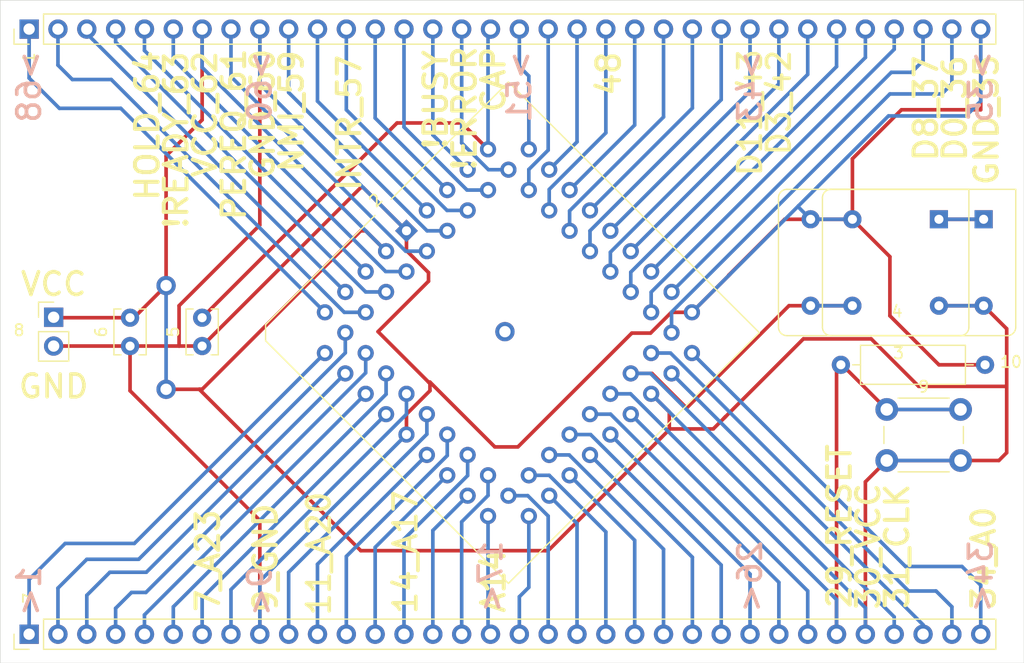
<source format=kicad_pcb>
(kicad_pcb (version 20171130) (host pcbnew "(5.1.9)-1")

  (general
    (thickness 1.6)
    (drawings 41)
    (tracks 301)
    (zones 0)
    (modules 10)
    (nets 1)
  )

  (page A4)
  (layers
    (0 F.Cu signal)
    (31 B.Cu signal)
    (32 B.Adhes user)
    (33 F.Adhes user)
    (34 B.Paste user)
    (35 F.Paste user)
    (36 B.SilkS user)
    (37 F.SilkS user)
    (38 B.Mask user)
    (39 F.Mask user)
    (40 Dwgs.User user)
    (41 Cmts.User user)
    (42 Eco1.User user)
    (43 Eco2.User user)
    (44 Edge.Cuts user)
    (45 Margin user)
    (46 B.CrtYd user)
    (47 F.CrtYd user)
    (48 B.Fab user hide)
    (49 F.Fab user hide)
  )

  (setup
    (last_trace_width 0.25)
    (user_trace_width 0.32)
    (trace_clearance 0.2)
    (zone_clearance 0.508)
    (zone_45_only no)
    (trace_min 0.2)
    (via_size 0.8)
    (via_drill 0.4)
    (via_min_size 0.4)
    (via_min_drill 0.3)
    (user_via 1.7 1)
    (uvia_size 0.3)
    (uvia_drill 0.1)
    (uvias_allowed no)
    (uvia_min_size 0.2)
    (uvia_min_drill 0.1)
    (edge_width 0.05)
    (segment_width 0.2)
    (pcb_text_width 0.3)
    (pcb_text_size 1.5 1.5)
    (mod_edge_width 0.12)
    (mod_text_size 1 1)
    (mod_text_width 0.15)
    (pad_size 1.4224 1.4224)
    (pad_drill 0.8)
    (pad_to_mask_clearance 0)
    (aux_axis_origin 0 0)
    (visible_elements 7FFFFFFF)
    (pcbplotparams
      (layerselection 0x010f0_ffffffff)
      (usegerberextensions false)
      (usegerberattributes false)
      (usegerberadvancedattributes false)
      (creategerberjobfile false)
      (excludeedgelayer true)
      (linewidth 0.100000)
      (plotframeref false)
      (viasonmask false)
      (mode 1)
      (useauxorigin false)
      (hpglpennumber 1)
      (hpglpenspeed 20)
      (hpglpendiameter 15.000000)
      (psnegative false)
      (psa4output false)
      (plotreference true)
      (plotvalue false)
      (plotinvisibletext false)
      (padsonsilk true)
      (subtractmaskfromsilk false)
      (outputformat 1)
      (mirror false)
      (drillshape 0)
      (scaleselection 1)
      (outputdirectory "gerber/"))
  )

  (net 0 "")

  (net_class Default "This is the default net class."
    (clearance 0.2)
    (trace_width 0.25)
    (via_dia 0.8)
    (via_drill 0.4)
    (uvia_dia 0.3)
    (uvia_drill 0.1)
  )

  (module Package_LCC:PLCC-68_THT-Socket (layer F.Cu) (tedit 603912DC) (tstamp 60396CA3)
    (at 58.637898 43.18 45)
    (descr "PLCC, 68 pins, through hole")
    (tags "plcc leaded")
    (fp_text reference 2 (at 0 -3.825 45) (layer F.SilkS)
      (effects (font (size 1 1) (thickness 0.15)))
    )
    (fp_text value PLCC-68_THT-Socket (at 0 29.225 45) (layer F.Fab)
      (effects (font (size 1 1) (thickness 0.15)))
    )
    (fp_line (start -14.525 -2.825) (end -15.525 -1.825) (layer F.Fab) (width 0.1))
    (fp_line (start -15.525 -1.825) (end -15.525 28.225) (layer F.Fab) (width 0.1))
    (fp_line (start -15.525 28.225) (end 15.525 28.225) (layer F.Fab) (width 0.1))
    (fp_line (start 15.525 28.225) (end 15.525 -2.825) (layer F.Fab) (width 0.1))
    (fp_line (start 15.525 -2.825) (end -14.525 -2.825) (layer F.Fab) (width 0.1))
    (fp_line (start -16 -3.3) (end -16 28.7) (layer F.CrtYd) (width 0.05))
    (fp_line (start -16 28.7) (end 16 28.7) (layer F.CrtYd) (width 0.05))
    (fp_line (start 16 28.7) (end 16 -3.3) (layer F.CrtYd) (width 0.05))
    (fp_line (start 16 -3.3) (end -16 -3.3) (layer F.CrtYd) (width 0.05))
    (fp_line (start -12.985 -0.285) (end -12.985 25.685) (layer F.Fab) (width 0.1))
    (fp_line (start -12.985 25.685) (end 12.985 25.685) (layer F.Fab) (width 0.1))
    (fp_line (start 12.985 25.685) (end 12.985 -0.285) (layer F.Fab) (width 0.1))
    (fp_line (start 12.985 -0.285) (end -12.985 -0.285) (layer F.Fab) (width 0.1))
    (fp_line (start -0.5 -2.825) (end 0 -1.825) (layer F.Fab) (width 0.1))
    (fp_line (start 0 -1.825) (end 0.5 -2.825) (layer F.Fab) (width 0.1))
    (fp_line (start -1 -2.925) (end -14.625 -2.925) (layer F.SilkS) (width 0.12))
    (fp_line (start -14.625 -2.925) (end -15.625 -1.925) (layer F.SilkS) (width 0.12))
    (fp_line (start -15.625 -1.925) (end -15.625 28.325) (layer F.SilkS) (width 0.12))
    (fp_line (start -15.625 28.325) (end 15.625 28.325) (layer F.SilkS) (width 0.12))
    (fp_line (start 15.625 28.325) (end 15.625 -2.925) (layer F.SilkS) (width 0.12))
    (fp_line (start 15.625 -2.925) (end 1 -2.925) (layer F.SilkS) (width 0.12))
    (fp_text user %R (at 0 12.7 45) (layer F.Fab)
      (effects (font (size 1 1) (thickness 0.15)))
    )
    (pad 51 thru_hole circle (at 12.7 2.54 45) (size 1.4224 1.4224) (drill 0.8) (layers *.Cu *.Mask))
    (pad 49 thru_hole circle (at 12.700001 5.08 45) (size 1.4224 1.4224) (drill 0.8) (layers *.Cu *.Mask))
    (pad 47 thru_hole circle (at 12.7 7.62 45) (size 1.4224 1.4224) (drill 0.8) (layers *.Cu *.Mask))
    (pad 45 thru_hole circle (at 12.7 10.16 45) (size 1.4224 1.4224) (drill 0.8) (layers *.Cu *.Mask))
    (pad 43 thru_hole circle (at 12.7 12.7 45) (size 1.4224 1.4224) (drill 0.8) (layers *.Cu *.Mask))
    (pad 41 thru_hole circle (at 12.7 15.24 45) (size 1.4224 1.4224) (drill 0.8) (layers *.Cu *.Mask))
    (pad 39 thru_hole circle (at 12.700001 17.78 45) (size 1.4224 1.4224) (drill 0.8) (layers *.Cu *.Mask))
    (pad 37 thru_hole circle (at 12.7 20.32 45) (size 1.4224 1.4224) (drill 0.8) (layers *.Cu *.Mask))
    (pad 52 thru_hole circle (at 10.16 0 45) (size 1.4224 1.4224) (drill 0.8) (layers *.Cu *.Mask))
    (pad 50 thru_hole circle (at 10.159999 5.08 45) (size 1.4224 1.4224) (drill 0.8) (layers *.Cu *.Mask))
    (pad 48 thru_hole circle (at 10.16 7.62 45) (size 1.4224 1.4224) (drill 0.8) (layers *.Cu *.Mask))
    (pad 46 thru_hole circle (at 10.16 10.16 45) (size 1.4224 1.4224) (drill 0.8) (layers *.Cu *.Mask))
    (pad 44 thru_hole circle (at 10.16 12.7 45) (size 1.4224 1.4224) (drill 0.8) (layers *.Cu *.Mask))
    (pad 42 thru_hole circle (at 10.16 15.24 45) (size 1.4224 1.4224) (drill 0.8) (layers *.Cu *.Mask))
    (pad 40 thru_hole circle (at 10.159999 17.78 45) (size 1.4224 1.4224) (drill 0.8) (layers *.Cu *.Mask))
    (pad 38 thru_hole circle (at 10.16 20.32 45) (size 1.4224 1.4224) (drill 0.8) (layers *.Cu *.Mask))
    (pad 36 thru_hole circle (at 10.16 22.86 45) (size 1.4224 1.4224) (drill 0.8) (layers *.Cu *.Mask))
    (pad 34 thru_hole circle (at 10.16 25.4 45) (size 1.4224 1.4224) (drill 0.8) (layers *.Cu *.Mask))
    (pad 32 thru_hole circle (at 7.62 25.4 45) (size 1.4224 1.4224) (drill 0.8) (layers *.Cu *.Mask))
    (pad 30 thru_hole circle (at 5.08 25.4 45) (size 1.4224 1.4224) (drill 0.8) (layers *.Cu *.Mask))
    (pad 28 thru_hole circle (at 2.54 25.4 45) (size 1.4224 1.4224) (drill 0.8) (layers *.Cu *.Mask))
    (pad 26 thru_hole circle (at 0 25.4 45) (size 1.4224 1.4224) (drill 0.8) (layers *.Cu *.Mask))
    (pad 24 thru_hole circle (at -2.54 25.4 45) (size 1.4224 1.4224) (drill 0.8) (layers *.Cu *.Mask))
    (pad 22 thru_hole circle (at -5.08 25.4 45) (size 1.4224 1.4224) (drill 0.8) (layers *.Cu *.Mask))
    (pad 20 thru_hole circle (at -7.62 25.4 45) (size 1.4224 1.4224) (drill 0.8) (layers *.Cu *.Mask))
    (pad 18 thru_hole circle (at -10.16 25.4 45) (size 1.4224 1.4224) (drill 0.8) (layers *.Cu *.Mask))
    (pad 35 thru_hole circle (at 12.7 22.86 45) (size 1.4224 1.4224) (drill 0.8) (layers *.Cu *.Mask))
    (pad 33 thru_hole circle (at 7.62 22.86 45) (size 1.4224 1.4224) (drill 0.8) (layers *.Cu *.Mask))
    (pad 31 thru_hole circle (at 5.079999 22.86 45) (size 1.4224 1.4224) (drill 0.8) (layers *.Cu *.Mask))
    (pad 29 thru_hole circle (at 2.54 22.86 45) (size 1.4224 1.4224) (drill 0.8) (layers *.Cu *.Mask))
    (pad 27 thru_hole circle (at 0 22.86 45) (size 1.4224 1.4224) (drill 0.8) (layers *.Cu *.Mask))
    (pad 25 thru_hole circle (at -2.54 22.86 45) (size 1.4224 1.4224) (drill 0.8) (layers *.Cu *.Mask))
    (pad 23 thru_hole circle (at -5.079999 22.86 45) (size 1.4224 1.4224) (drill 0.8) (layers *.Cu *.Mask))
    (pad 21 thru_hole circle (at -7.62 22.86 45) (size 1.4224 1.4224) (drill 0.8) (layers *.Cu *.Mask))
    (pad 19 thru_hole circle (at -10.16 22.86 45) (size 1.4224 1.4224) (drill 0.8) (layers *.Cu *.Mask))
    (pad 17 thru_hole circle (at -12.7 22.86 45) (size 1.4224 1.4224) (drill 0.8) (layers *.Cu *.Mask))
    (pad 15 thru_hole circle (at -12.7 20.32 45) (size 1.4224 1.4224) (drill 0.8) (layers *.Cu *.Mask))
    (pad 13 thru_hole circle (at -12.700001 17.78 45) (size 1.4224 1.4224) (drill 0.8) (layers *.Cu *.Mask))
    (pad 11 thru_hole circle (at -12.7 15.24 45) (size 1.4224 1.4224) (drill 0.8) (layers *.Cu *.Mask))
    (pad 9 thru_hole circle (at -12.7 12.7 45) (size 1.4224 1.4224) (drill 0.8) (layers *.Cu *.Mask))
    (pad 7 thru_hole circle (at -12.7 10.16 45) (size 1.4224 1.4224) (drill 0.8) (layers *.Cu *.Mask))
    (pad 5 thru_hole circle (at -12.7 7.62 45) (size 1.4224 1.4224) (drill 0.8) (layers *.Cu *.Mask))
    (pad 3 thru_hole circle (at -12.700001 5.08 45) (size 1.4224 1.4224) (drill 0.8) (layers *.Cu *.Mask))
    (pad 1 thru_hole circle (at -12.7 2.54 45) (size 1.4224 1.4224) (drill 0.8) (layers *.Cu *.Mask))
    (pad 16 thru_hole circle (at -10.16 20.32 45) (size 1.4224 1.4224) (drill 0.8) (layers *.Cu *.Mask))
    (pad 14 thru_hole circle (at -10.159999 17.78 45) (size 1.4224 1.4224) (drill 0.8) (layers *.Cu *.Mask))
    (pad 12 thru_hole circle (at -10.16 15.24 45) (size 1.4224 1.4224) (drill 0.8) (layers *.Cu *.Mask))
    (pad 10 thru_hole circle (at -10.16 12.7 45) (size 1.4224 1.4224) (drill 0.8) (layers *.Cu *.Mask))
    (pad 8 thru_hole circle (at -10.16 10.16 45) (size 1.4224 1.4224) (drill 0.8) (layers *.Cu *.Mask))
    (pad 6 thru_hole circle (at -10.16 7.62 45) (size 1.4224 1.4224) (drill 0.8) (layers *.Cu *.Mask))
    (pad 4 thru_hole circle (at -10.159999 5.08 45) (size 1.4224 1.4224) (drill 0.8) (layers *.Cu *.Mask))
    (pad 2 thru_hole circle (at -10.16 2.54 45) (size 1.4224 1.4224) (drill 0.8) (layers *.Cu *.Mask))
    (pad 54 thru_hole circle (at 7.62 0 45) (size 1.4224 1.4224) (drill 0.8) (layers *.Cu *.Mask))
    (pad 56 thru_hole circle (at 5.079999 0 45) (size 1.4224 1.4224) (drill 0.8) (layers *.Cu *.Mask))
    (pad 58 thru_hole circle (at 2.54 0 45) (size 1.4224 1.4224) (drill 0.8) (layers *.Cu *.Mask))
    (pad 68 thru_hole circle (at -10.16 0 45) (size 1.4224 1.4224) (drill 0.8) (layers *.Cu *.Mask))
    (pad 66 thru_hole circle (at -7.62 0 45) (size 1.4224 1.4224) (drill 0.8) (layers *.Cu *.Mask))
    (pad 64 thru_hole circle (at -5.079999 0 45) (size 1.4224 1.4224) (drill 0.8) (layers *.Cu *.Mask))
    (pad 62 thru_hole circle (at -2.54 0 45) (size 1.4224 1.4224) (drill 0.8) (layers *.Cu *.Mask))
    (pad 60 thru_hole rect (at 0 0 45) (size 1.4224 1.4224) (drill 0.8) (layers *.Cu *.Mask))
    (pad 53 thru_hole circle (at 10.16 2.54 45) (size 1.4224 1.4224) (drill 0.8) (layers *.Cu *.Mask))
    (pad 55 thru_hole circle (at 7.62 2.54 45) (size 1.4224 1.4224) (drill 0.8) (layers *.Cu *.Mask))
    (pad 57 thru_hole circle (at 5.08 2.54 45) (size 1.4224 1.4224) (drill 0.8) (layers *.Cu *.Mask))
    (pad 59 thru_hole circle (at 2.54 2.54 45) (size 1.4224 1.4224) (drill 0.8) (layers *.Cu *.Mask))
    (pad 67 thru_hole circle (at -7.62 2.54 45) (size 1.4224 1.4224) (drill 0.8) (layers *.Cu *.Mask))
    (pad 65 thru_hole circle (at -5.08 2.54 45) (size 1.4224 1.4224) (drill 0.8) (layers *.Cu *.Mask))
    (pad 63 thru_hole circle (at -2.54 2.54 45) (size 1.4224 1.4224) (drill 0.8) (layers *.Cu *.Mask))
    (pad 61 thru_hole circle (at 0 2.54 45) (size 1.4224 1.4224) (drill 0.8) (layers *.Cu *.Mask))
    (model ${KISYS3DMOD}/Package_LCC.3dshapes/PLCC-68_THT-Socket.wrl
      (at (xyz 0 0 0))
      (scale (xyz 1 1 1))
      (rotate (xyz 0 0 0))
    )
  )

  (module Resistor_THT:R_Axial_DIN0309_L9.0mm_D3.2mm_P12.70mm_Horizontal (layer F.Cu) (tedit 5AE5139B) (tstamp 603A9A8D)
    (at 109.601 54.991 180)
    (descr "Resistor, Axial_DIN0309 series, Axial, Horizontal, pin pitch=12.7mm, 0.5W = 1/2W, length*diameter=9*3.2mm^2, http://cdn-reichelt.de/documents/datenblatt/B400/1_4W%23YAG.pdf")
    (tags "Resistor Axial_DIN0309 series Axial Horizontal pin pitch 12.7mm 0.5W = 1/2W length 9mm diameter 3.2mm")
    (fp_text reference 10 (at -2.286 0.254) (layer F.SilkS)
      (effects (font (size 1 1) (thickness 0.15)))
    )
    (fp_text value R_Axial_DIN0309_L9.0mm_D3.2mm_P12.70mm_Horizontal (at 6.35 2.72) (layer F.Fab)
      (effects (font (size 1 1) (thickness 0.15)))
    )
    (fp_line (start 13.75 -1.85) (end -1.05 -1.85) (layer F.CrtYd) (width 0.05))
    (fp_line (start 13.75 1.85) (end 13.75 -1.85) (layer F.CrtYd) (width 0.05))
    (fp_line (start -1.05 1.85) (end 13.75 1.85) (layer F.CrtYd) (width 0.05))
    (fp_line (start -1.05 -1.85) (end -1.05 1.85) (layer F.CrtYd) (width 0.05))
    (fp_line (start 11.66 0) (end 10.97 0) (layer F.SilkS) (width 0.12))
    (fp_line (start 1.04 0) (end 1.73 0) (layer F.SilkS) (width 0.12))
    (fp_line (start 10.97 -1.72) (end 1.73 -1.72) (layer F.SilkS) (width 0.12))
    (fp_line (start 10.97 1.72) (end 10.97 -1.72) (layer F.SilkS) (width 0.12))
    (fp_line (start 1.73 1.72) (end 10.97 1.72) (layer F.SilkS) (width 0.12))
    (fp_line (start 1.73 -1.72) (end 1.73 1.72) (layer F.SilkS) (width 0.12))
    (fp_line (start 12.7 0) (end 10.85 0) (layer F.Fab) (width 0.1))
    (fp_line (start 0 0) (end 1.85 0) (layer F.Fab) (width 0.1))
    (fp_line (start 10.85 -1.6) (end 1.85 -1.6) (layer F.Fab) (width 0.1))
    (fp_line (start 10.85 1.6) (end 10.85 -1.6) (layer F.Fab) (width 0.1))
    (fp_line (start 1.85 1.6) (end 10.85 1.6) (layer F.Fab) (width 0.1))
    (fp_line (start 1.85 -1.6) (end 1.85 1.6) (layer F.Fab) (width 0.1))
    (fp_text user %R (at 6.35 0) (layer F.Fab)
      (effects (font (size 1 1) (thickness 0.15)))
    )
    (pad 2 thru_hole oval (at 12.7 0 180) (size 1.6 1.6) (drill 0.8) (layers *.Cu *.Mask))
    (pad 1 thru_hole circle (at 0 0 180) (size 1.6 1.6) (drill 0.8) (layers *.Cu *.Mask))
    (model ${KISYS3DMOD}/Resistor_THT.3dshapes/R_Axial_DIN0309_L9.0mm_D3.2mm_P12.70mm_Horizontal.wrl
      (at (xyz 0 0 0))
      (scale (xyz 1 1 1))
      (rotate (xyz 0 0 0))
    )
  )

  (module Button_Switch_THT:SW_PUSH_6mm_H5mm (layer F.Cu) (tedit 5A02FE31) (tstamp 603A938A)
    (at 100.942 58.928)
    (descr "tactile push button, 6x6mm e.g. PHAP33xx series, height=5mm")
    (tags "tact sw push 6mm")
    (fp_text reference 9 (at 3.25 -2) (layer F.SilkS)
      (effects (font (size 1 1) (thickness 0.15)))
    )
    (fp_text value SW_PUSH_6mm_H5mm (at 3.75 6.7) (layer F.Fab)
      (effects (font (size 1 1) (thickness 0.15)))
    )
    (fp_circle (center 3.25 2.25) (end 1.25 2.5) (layer F.Fab) (width 0.1))
    (fp_line (start 6.75 3) (end 6.75 1.5) (layer F.SilkS) (width 0.12))
    (fp_line (start 5.5 -1) (end 1 -1) (layer F.SilkS) (width 0.12))
    (fp_line (start -0.25 1.5) (end -0.25 3) (layer F.SilkS) (width 0.12))
    (fp_line (start 1 5.5) (end 5.5 5.5) (layer F.SilkS) (width 0.12))
    (fp_line (start 8 -1.25) (end 8 5.75) (layer F.CrtYd) (width 0.05))
    (fp_line (start 7.75 6) (end -1.25 6) (layer F.CrtYd) (width 0.05))
    (fp_line (start -1.5 5.75) (end -1.5 -1.25) (layer F.CrtYd) (width 0.05))
    (fp_line (start -1.25 -1.5) (end 7.75 -1.5) (layer F.CrtYd) (width 0.05))
    (fp_line (start -1.5 6) (end -1.25 6) (layer F.CrtYd) (width 0.05))
    (fp_line (start -1.5 5.75) (end -1.5 6) (layer F.CrtYd) (width 0.05))
    (fp_line (start -1.5 -1.5) (end -1.25 -1.5) (layer F.CrtYd) (width 0.05))
    (fp_line (start -1.5 -1.25) (end -1.5 -1.5) (layer F.CrtYd) (width 0.05))
    (fp_line (start 8 -1.5) (end 8 -1.25) (layer F.CrtYd) (width 0.05))
    (fp_line (start 7.75 -1.5) (end 8 -1.5) (layer F.CrtYd) (width 0.05))
    (fp_line (start 8 6) (end 8 5.75) (layer F.CrtYd) (width 0.05))
    (fp_line (start 7.75 6) (end 8 6) (layer F.CrtYd) (width 0.05))
    (fp_line (start 0.25 -0.75) (end 3.25 -0.75) (layer F.Fab) (width 0.1))
    (fp_line (start 0.25 5.25) (end 0.25 -0.75) (layer F.Fab) (width 0.1))
    (fp_line (start 6.25 5.25) (end 0.25 5.25) (layer F.Fab) (width 0.1))
    (fp_line (start 6.25 -0.75) (end 6.25 5.25) (layer F.Fab) (width 0.1))
    (fp_line (start 3.25 -0.75) (end 6.25 -0.75) (layer F.Fab) (width 0.1))
    (fp_text user %R (at 3.25 2.25) (layer F.Fab)
      (effects (font (size 1 1) (thickness 0.15)))
    )
    (pad 1 thru_hole circle (at 6.5 0 90) (size 2 2) (drill 1.1) (layers *.Cu *.Mask))
    (pad 2 thru_hole circle (at 6.5 4.5 90) (size 2 2) (drill 1.1) (layers *.Cu *.Mask))
    (pad 1 thru_hole circle (at 0 0 90) (size 2 2) (drill 1.1) (layers *.Cu *.Mask))
    (pad 2 thru_hole circle (at 0 4.5 90) (size 2 2) (drill 1.1) (layers *.Cu *.Mask))
    (model ${KISYS3DMOD}/Button_Switch_THT.3dshapes/SW_PUSH_6mm_H5mm.wrl
      (at (xyz 0 0 0))
      (scale (xyz 1 1 1))
      (rotate (xyz 0 0 0))
    )
  )

  (module Connector_PinHeader_2.54mm:PinHeader_1x02_P2.54mm_Vertical (layer F.Cu) (tedit 59FED5CC) (tstamp 603921AA)
    (at 27.559 50.8)
    (descr "Through hole straight pin header, 1x02, 2.54mm pitch, single row")
    (tags "Through hole pin header THT 1x02 2.54mm single row")
    (fp_text reference 8 (at -3.048 1.143) (layer F.SilkS)
      (effects (font (size 1 1) (thickness 0.15)))
    )
    (fp_text value PinHeader_1x02_P2.54mm_Vertical (at 0 4.87) (layer F.Fab)
      (effects (font (size 1 1) (thickness 0.15)))
    )
    (fp_line (start -0.635 -1.27) (end 1.27 -1.27) (layer F.Fab) (width 0.1))
    (fp_line (start 1.27 -1.27) (end 1.27 3.81) (layer F.Fab) (width 0.1))
    (fp_line (start 1.27 3.81) (end -1.27 3.81) (layer F.Fab) (width 0.1))
    (fp_line (start -1.27 3.81) (end -1.27 -0.635) (layer F.Fab) (width 0.1))
    (fp_line (start -1.27 -0.635) (end -0.635 -1.27) (layer F.Fab) (width 0.1))
    (fp_line (start -1.33 3.87) (end 1.33 3.87) (layer F.SilkS) (width 0.12))
    (fp_line (start -1.33 1.27) (end -1.33 3.87) (layer F.SilkS) (width 0.12))
    (fp_line (start 1.33 1.27) (end 1.33 3.87) (layer F.SilkS) (width 0.12))
    (fp_line (start -1.33 1.27) (end 1.33 1.27) (layer F.SilkS) (width 0.12))
    (fp_line (start -1.33 0) (end -1.33 -1.33) (layer F.SilkS) (width 0.12))
    (fp_line (start -1.33 -1.33) (end 0 -1.33) (layer F.SilkS) (width 0.12))
    (fp_line (start -1.8 -1.8) (end -1.8 4.35) (layer F.CrtYd) (width 0.05))
    (fp_line (start -1.8 4.35) (end 1.8 4.35) (layer F.CrtYd) (width 0.05))
    (fp_line (start 1.8 4.35) (end 1.8 -1.8) (layer F.CrtYd) (width 0.05))
    (fp_line (start 1.8 -1.8) (end -1.8 -1.8) (layer F.CrtYd) (width 0.05))
    (fp_text user %R (at 0 1.27 90) (layer F.Fab)
      (effects (font (size 1 1) (thickness 0.15)))
    )
    (pad 2 thru_hole oval (at 0 2.54) (size 1.7 1.7) (drill 1) (layers *.Cu *.Mask))
    (pad 1 thru_hole rect (at 0 0) (size 1.7 1.7) (drill 1) (layers *.Cu *.Mask))
    (model ${KISYS3DMOD}/Connector_PinHeader_2.54mm.3dshapes/PinHeader_1x02_P2.54mm_Vertical.wrl
      (at (xyz 0 0 0))
      (scale (xyz 1 1 1))
      (rotate (xyz 0 0 0))
    )
  )

  (module Connector_PinHeader_2.54mm:PinHeader_1x34_P2.54mm_Vertical (layer F.Cu) (tedit 59FED5CC) (tstamp 60397D25)
    (at 25.4 78.74 90)
    (descr "Through hole straight pin header, 1x34, 2.54mm pitch, single row")
    (tags "Through hole pin header THT 1x34 2.54mm single row")
    (fp_text reference 7 (at 3.175 0 90) (layer F.SilkS)
      (effects (font (size 1 1) (thickness 0.15)))
    )
    (fp_text value PinHeader_1x34_P2.54mm_Vertical (at 0 86.15 90) (layer F.Fab)
      (effects (font (size 1 1) (thickness 0.15)))
    )
    (fp_line (start -0.635 -1.27) (end 1.27 -1.27) (layer F.Fab) (width 0.1))
    (fp_line (start 1.27 -1.27) (end 1.27 85.09) (layer F.Fab) (width 0.1))
    (fp_line (start 1.27 85.09) (end -1.27 85.09) (layer F.Fab) (width 0.1))
    (fp_line (start -1.27 85.09) (end -1.27 -0.635) (layer F.Fab) (width 0.1))
    (fp_line (start -1.27 -0.635) (end -0.635 -1.27) (layer F.Fab) (width 0.1))
    (fp_line (start -1.33 85.15) (end 1.33 85.15) (layer F.SilkS) (width 0.12))
    (fp_line (start -1.33 1.27) (end -1.33 85.15) (layer F.SilkS) (width 0.12))
    (fp_line (start 1.33 1.27) (end 1.33 85.15) (layer F.SilkS) (width 0.12))
    (fp_line (start -1.33 1.27) (end 1.33 1.27) (layer F.SilkS) (width 0.12))
    (fp_line (start -1.33 0) (end -1.33 -1.33) (layer F.SilkS) (width 0.12))
    (fp_line (start -1.33 -1.33) (end 0 -1.33) (layer F.SilkS) (width 0.12))
    (fp_line (start -1.8 -1.8) (end -1.8 85.6) (layer F.CrtYd) (width 0.05))
    (fp_line (start -1.8 85.6) (end 1.8 85.6) (layer F.CrtYd) (width 0.05))
    (fp_line (start 1.8 85.6) (end 1.8 -1.8) (layer F.CrtYd) (width 0.05))
    (fp_line (start 1.8 -1.8) (end -1.8 -1.8) (layer F.CrtYd) (width 0.05))
    (fp_text user %R (at 0 41.91) (layer F.Fab)
      (effects (font (size 1 1) (thickness 0.15)))
    )
    (pad 34 thru_hole oval (at 0 83.82 90) (size 1.7 1.7) (drill 1) (layers *.Cu *.Mask))
    (pad 33 thru_hole oval (at 0 81.28 90) (size 1.7 1.7) (drill 1) (layers *.Cu *.Mask))
    (pad 32 thru_hole oval (at 0 78.74 90) (size 1.7 1.7) (drill 1) (layers *.Cu *.Mask))
    (pad 31 thru_hole oval (at 0 76.2 90) (size 1.7 1.7) (drill 1) (layers *.Cu *.Mask))
    (pad 30 thru_hole oval (at 0 73.66 90) (size 1.7 1.7) (drill 1) (layers *.Cu *.Mask))
    (pad 29 thru_hole oval (at 0 71.12 90) (size 1.7 1.7) (drill 1) (layers *.Cu *.Mask))
    (pad 28 thru_hole oval (at 0 68.58 90) (size 1.7 1.7) (drill 1) (layers *.Cu *.Mask))
    (pad 27 thru_hole oval (at 0 66.04 90) (size 1.7 1.7) (drill 1) (layers *.Cu *.Mask))
    (pad 26 thru_hole oval (at 0 63.5 90) (size 1.7 1.7) (drill 1) (layers *.Cu *.Mask))
    (pad 25 thru_hole oval (at 0 60.96 90) (size 1.7 1.7) (drill 1) (layers *.Cu *.Mask))
    (pad 24 thru_hole oval (at 0 58.42 90) (size 1.7 1.7) (drill 1) (layers *.Cu *.Mask))
    (pad 23 thru_hole oval (at 0 55.88 90) (size 1.7 1.7) (drill 1) (layers *.Cu *.Mask))
    (pad 22 thru_hole oval (at 0 53.34 90) (size 1.7 1.7) (drill 1) (layers *.Cu *.Mask))
    (pad 21 thru_hole oval (at 0 50.8 90) (size 1.7 1.7) (drill 1) (layers *.Cu *.Mask))
    (pad 20 thru_hole oval (at 0 48.26 90) (size 1.7 1.7) (drill 1) (layers *.Cu *.Mask))
    (pad 19 thru_hole oval (at 0 45.72 90) (size 1.7 1.7) (drill 1) (layers *.Cu *.Mask))
    (pad 18 thru_hole oval (at 0 43.18 90) (size 1.7 1.7) (drill 1) (layers *.Cu *.Mask))
    (pad 17 thru_hole oval (at 0 40.64 90) (size 1.7 1.7) (drill 1) (layers *.Cu *.Mask))
    (pad 16 thru_hole oval (at 0 38.1 90) (size 1.7 1.7) (drill 1) (layers *.Cu *.Mask))
    (pad 15 thru_hole oval (at 0 35.56 90) (size 1.7 1.7) (drill 1) (layers *.Cu *.Mask))
    (pad 14 thru_hole oval (at 0 33.02 90) (size 1.7 1.7) (drill 1) (layers *.Cu *.Mask))
    (pad 13 thru_hole oval (at 0 30.48 90) (size 1.7 1.7) (drill 1) (layers *.Cu *.Mask))
    (pad 12 thru_hole oval (at 0 27.94 90) (size 1.7 1.7) (drill 1) (layers *.Cu *.Mask))
    (pad 11 thru_hole oval (at 0 25.4 90) (size 1.7 1.7) (drill 1) (layers *.Cu *.Mask))
    (pad 10 thru_hole oval (at 0 22.86 90) (size 1.7 1.7) (drill 1) (layers *.Cu *.Mask))
    (pad 9 thru_hole oval (at 0 20.32 90) (size 1.7 1.7) (drill 1) (layers *.Cu *.Mask))
    (pad 8 thru_hole oval (at 0 17.78 90) (size 1.7 1.7) (drill 1) (layers *.Cu *.Mask))
    (pad 7 thru_hole oval (at 0 15.24 90) (size 1.7 1.7) (drill 1) (layers *.Cu *.Mask))
    (pad 6 thru_hole oval (at 0 12.7 90) (size 1.7 1.7) (drill 1) (layers *.Cu *.Mask))
    (pad 5 thru_hole oval (at 0 10.16 90) (size 1.7 1.7) (drill 1) (layers *.Cu *.Mask))
    (pad 4 thru_hole oval (at 0 7.62 90) (size 1.7 1.7) (drill 1) (layers *.Cu *.Mask))
    (pad 3 thru_hole oval (at 0 5.08 90) (size 1.7 1.7) (drill 1) (layers *.Cu *.Mask))
    (pad 2 thru_hole oval (at 0 2.54 90) (size 1.7 1.7) (drill 1) (layers *.Cu *.Mask))
    (pad 1 thru_hole rect (at 0 0 90) (size 1.7 1.7) (drill 1) (layers *.Cu *.Mask))
    (model ${KISYS3DMOD}/Connector_PinHeader_2.54mm.3dshapes/PinHeader_1x34_P2.54mm_Vertical.wrl
      (at (xyz 0 0 0))
      (scale (xyz 1 1 1))
      (rotate (xyz 0 0 0))
    )
  )

  (module Capacitor_THT:C_Disc_D3.8mm_W2.6mm_P2.50mm (layer F.Cu) (tedit 5AE50EF0) (tstamp 60397C35)
    (at 34.29 53.34 90)
    (descr "C, Disc series, Radial, pin pitch=2.50mm, , diameter*width=3.8*2.6mm^2, Capacitor, http://www.vishay.com/docs/45233/krseries.pdf")
    (tags "C Disc series Radial pin pitch 2.50mm  diameter 3.8mm width 2.6mm Capacitor")
    (fp_text reference 6 (at 1.25 -2.55 90) (layer F.SilkS)
      (effects (font (size 1 1) (thickness 0.15)))
    )
    (fp_text value C_Disc_D3.8mm_W2.6mm_P2.50mm (at 1.25 2.55 90) (layer F.Fab)
      (effects (font (size 1 1) (thickness 0.15)))
    )
    (fp_line (start -0.65 -1.3) (end -0.65 1.3) (layer F.Fab) (width 0.1))
    (fp_line (start -0.65 1.3) (end 3.15 1.3) (layer F.Fab) (width 0.1))
    (fp_line (start 3.15 1.3) (end 3.15 -1.3) (layer F.Fab) (width 0.1))
    (fp_line (start 3.15 -1.3) (end -0.65 -1.3) (layer F.Fab) (width 0.1))
    (fp_line (start -0.77 -1.42) (end 3.27 -1.42) (layer F.SilkS) (width 0.12))
    (fp_line (start -0.77 1.42) (end 3.27 1.42) (layer F.SilkS) (width 0.12))
    (fp_line (start -0.77 -1.42) (end -0.77 -0.795) (layer F.SilkS) (width 0.12))
    (fp_line (start -0.77 0.795) (end -0.77 1.42) (layer F.SilkS) (width 0.12))
    (fp_line (start 3.27 -1.42) (end 3.27 -0.795) (layer F.SilkS) (width 0.12))
    (fp_line (start 3.27 0.795) (end 3.27 1.42) (layer F.SilkS) (width 0.12))
    (fp_line (start -1.05 -1.55) (end -1.05 1.55) (layer F.CrtYd) (width 0.05))
    (fp_line (start -1.05 1.55) (end 3.55 1.55) (layer F.CrtYd) (width 0.05))
    (fp_line (start 3.55 1.55) (end 3.55 -1.55) (layer F.CrtYd) (width 0.05))
    (fp_line (start 3.55 -1.55) (end -1.05 -1.55) (layer F.CrtYd) (width 0.05))
    (fp_text user %R (at 1.25 0 90) (layer F.Fab)
      (effects (font (size 0.76 0.76) (thickness 0.114)))
    )
    (pad 2 thru_hole circle (at 2.5 0 90) (size 1.6 1.6) (drill 0.8) (layers *.Cu *.Mask))
    (pad 1 thru_hole circle (at 0 0 90) (size 1.6 1.6) (drill 0.8) (layers *.Cu *.Mask))
    (model ${KISYS3DMOD}/Capacitor_THT.3dshapes/C_Disc_D3.8mm_W2.6mm_P2.50mm.wrl
      (at (xyz 0 0 0))
      (scale (xyz 1 1 1))
      (rotate (xyz 0 0 0))
    )
  )

  (module Capacitor_THT:C_Disc_D3.8mm_W2.6mm_P2.50mm (layer F.Cu) (tedit 5AE50EF0) (tstamp 60397AE8)
    (at 40.64 53.34 90)
    (descr "C, Disc series, Radial, pin pitch=2.50mm, , diameter*width=3.8*2.6mm^2, Capacitor, http://www.vishay.com/docs/45233/krseries.pdf")
    (tags "C Disc series Radial pin pitch 2.50mm  diameter 3.8mm width 2.6mm Capacitor")
    (fp_text reference 5 (at 1.25 -2.55 90) (layer F.SilkS)
      (effects (font (size 1 1) (thickness 0.15)))
    )
    (fp_text value C_Disc_D3.8mm_W2.6mm_P2.50mm (at 1.25 2.55 90) (layer F.Fab)
      (effects (font (size 1 1) (thickness 0.15)))
    )
    (fp_line (start -0.65 -1.3) (end -0.65 1.3) (layer F.Fab) (width 0.1))
    (fp_line (start -0.65 1.3) (end 3.15 1.3) (layer F.Fab) (width 0.1))
    (fp_line (start 3.15 1.3) (end 3.15 -1.3) (layer F.Fab) (width 0.1))
    (fp_line (start 3.15 -1.3) (end -0.65 -1.3) (layer F.Fab) (width 0.1))
    (fp_line (start -0.77 -1.42) (end 3.27 -1.42) (layer F.SilkS) (width 0.12))
    (fp_line (start -0.77 1.42) (end 3.27 1.42) (layer F.SilkS) (width 0.12))
    (fp_line (start -0.77 -1.42) (end -0.77 -0.795) (layer F.SilkS) (width 0.12))
    (fp_line (start -0.77 0.795) (end -0.77 1.42) (layer F.SilkS) (width 0.12))
    (fp_line (start 3.27 -1.42) (end 3.27 -0.795) (layer F.SilkS) (width 0.12))
    (fp_line (start 3.27 0.795) (end 3.27 1.42) (layer F.SilkS) (width 0.12))
    (fp_line (start -1.05 -1.55) (end -1.05 1.55) (layer F.CrtYd) (width 0.05))
    (fp_line (start -1.05 1.55) (end 3.55 1.55) (layer F.CrtYd) (width 0.05))
    (fp_line (start 3.55 1.55) (end 3.55 -1.55) (layer F.CrtYd) (width 0.05))
    (fp_line (start 3.55 -1.55) (end -1.05 -1.55) (layer F.CrtYd) (width 0.05))
    (fp_text user %R (at 1.25 0 90) (layer F.Fab)
      (effects (font (size 0.76 0.76) (thickness 0.114)))
    )
    (pad 2 thru_hole circle (at 2.5 0 90) (size 1.6 1.6) (drill 0.8) (layers *.Cu *.Mask))
    (pad 1 thru_hole circle (at 0 0 90) (size 1.6 1.6) (drill 0.8) (layers *.Cu *.Mask))
    (model ${KISYS3DMOD}/Capacitor_THT.3dshapes/C_Disc_D3.8mm_W2.6mm_P2.50mm.wrl
      (at (xyz 0 0 0))
      (scale (xyz 1 1 1))
      (rotate (xyz 0 0 0))
    )
  )

  (module Oscillator:Oscillator_DIP-8 (layer F.Cu) (tedit 58CD3344) (tstamp 603974AB)
    (at 105.537 42.164 180)
    (descr "Oscillator, DIP8,http://cdn-reichelt.de/documents/datenblatt/B400/OSZI.pdf")
    (tags oscillator)
    (fp_text reference 4 (at 3.683 -8.128) (layer F.SilkS)
      (effects (font (size 1 1) (thickness 0.15)))
    )
    (fp_text value Oscillator_DIP-8 (at 3.81 3.74) (layer F.Fab)
      (effects (font (size 1 1) (thickness 0.15)))
    )
    (fp_line (start 10.41 2.79) (end 10.41 -10.41) (layer F.CrtYd) (width 0.05))
    (fp_line (start 10.41 -10.41) (end -2.79 -10.41) (layer F.CrtYd) (width 0.05))
    (fp_line (start -2.79 -10.41) (end -2.79 2.79) (layer F.CrtYd) (width 0.05))
    (fp_line (start -2.79 2.79) (end 10.41 2.79) (layer F.CrtYd) (width 0.05))
    (fp_line (start 9.16 1.19) (end 9.16 -8.81) (layer F.Fab) (width 0.1))
    (fp_line (start -1.19 -9.16) (end 8.81 -9.16) (layer F.Fab) (width 0.1))
    (fp_line (start -1.54 1.54) (end -1.54 -8.81) (layer F.Fab) (width 0.1))
    (fp_line (start -1.54 1.54) (end 8.81 1.54) (layer F.Fab) (width 0.1))
    (fp_line (start -2.64 -9.51) (end -2.64 2.64) (layer F.SilkS) (width 0.12))
    (fp_line (start 9.51 -10.26) (end -1.89 -10.26) (layer F.SilkS) (width 0.12))
    (fp_line (start 10.26 1.89) (end 10.26 -9.51) (layer F.SilkS) (width 0.12))
    (fp_line (start -2.64 2.64) (end 9.51 2.64) (layer F.SilkS) (width 0.12))
    (fp_line (start -2.54 2.54) (end 9.51 2.54) (layer F.Fab) (width 0.1))
    (fp_line (start 10.16 -9.51) (end 10.16 1.89) (layer F.Fab) (width 0.1))
    (fp_line (start -1.89 -10.16) (end 9.51 -10.16) (layer F.Fab) (width 0.1))
    (fp_line (start -2.54 2.54) (end -2.54 -9.51) (layer F.Fab) (width 0.1))
    (fp_arc (start -1.89 -9.51) (end -2.54 -9.51) (angle 90) (layer F.Fab) (width 0.1))
    (fp_arc (start 9.51 -9.51) (end 9.51 -10.16) (angle 90) (layer F.Fab) (width 0.1))
    (fp_arc (start 9.51 1.89) (end 10.16 1.89) (angle 90) (layer F.Fab) (width 0.1))
    (fp_arc (start -1.89 -9.51) (end -2.64 -9.51) (angle 90) (layer F.SilkS) (width 0.12))
    (fp_arc (start 9.51 -9.51) (end 9.51 -10.26) (angle 90) (layer F.SilkS) (width 0.12))
    (fp_arc (start 9.51 1.89) (end 10.26 1.89) (angle 90) (layer F.SilkS) (width 0.12))
    (fp_arc (start -1.19 -8.81) (end -1.54 -8.81) (angle 90) (layer F.Fab) (width 0.1))
    (fp_arc (start 8.81 -8.81) (end 8.81 -9.16) (angle 90) (layer F.Fab) (width 0.1))
    (fp_arc (start 8.81 1.19) (end 9.16 1.19) (angle 90) (layer F.Fab) (width 0.1))
    (fp_text user %R (at 3.81 -3.81) (layer F.Fab)
      (effects (font (size 1 1) (thickness 0.15)))
    )
    (pad 4 thru_hole circle (at 7.62 0 180) (size 1.6 1.6) (drill 0.8) (layers *.Cu *.Mask))
    (pad 5 thru_hole circle (at 7.62 -7.62 180) (size 1.6 1.6) (drill 0.8) (layers *.Cu *.Mask))
    (pad 8 thru_hole circle (at 0 -7.62 180) (size 1.6 1.6) (drill 0.8) (layers *.Cu *.Mask))
    (pad 1 thru_hole rect (at 0 0 180) (size 1.6 1.6) (drill 0.8) (layers *.Cu *.Mask))
    (model ${KISYS3DMOD}/Oscillator.3dshapes/Oscillator_DIP-8.wrl
      (at (xyz 0 0 0))
      (scale (xyz 1 1 1))
      (rotate (xyz 0 0 0))
    )
  )

  (module Oscillator:Oscillator_DIP-14 (layer F.Cu) (tedit 58CD3344) (tstamp 603970A4)
    (at 109.474 42.164 180)
    (descr "Oscillator, DIP14, http://cdn-reichelt.de/documents/datenblatt/B400/OSZI.pdf")
    (tags oscillator)
    (fp_text reference 3 (at 7.493 -11.811) (layer F.SilkS)
      (effects (font (size 1 1) (thickness 0.15)))
    )
    (fp_text value Oscillator_DIP-14 (at 7.62 3.74) (layer F.Fab)
      (effects (font (size 1 1) (thickness 0.15)))
    )
    (fp_line (start 18.22 2.79) (end 18.22 -10.41) (layer F.CrtYd) (width 0.05))
    (fp_line (start 18.22 -10.41) (end -2.98 -10.41) (layer F.CrtYd) (width 0.05))
    (fp_line (start -2.98 -10.41) (end -2.98 2.79) (layer F.CrtYd) (width 0.05))
    (fp_line (start -2.98 2.79) (end 18.22 2.79) (layer F.CrtYd) (width 0.05))
    (fp_line (start 16.97 1.19) (end 16.97 -8.81) (layer F.Fab) (width 0.1))
    (fp_line (start -1.38 -9.16) (end 16.62 -9.16) (layer F.Fab) (width 0.1))
    (fp_line (start -1.73 1.54) (end -1.73 -8.81) (layer F.Fab) (width 0.1))
    (fp_line (start -1.73 1.54) (end 16.62 1.54) (layer F.Fab) (width 0.1))
    (fp_line (start -2.83 -9.51) (end -2.83 2.64) (layer F.SilkS) (width 0.12))
    (fp_line (start 17.32 -10.26) (end -2.08 -10.26) (layer F.SilkS) (width 0.12))
    (fp_line (start 18.07 1.89) (end 18.07 -9.51) (layer F.SilkS) (width 0.12))
    (fp_line (start -2.83 2.64) (end 17.32 2.64) (layer F.SilkS) (width 0.12))
    (fp_line (start -2.73 2.54) (end 17.32 2.54) (layer F.Fab) (width 0.1))
    (fp_line (start 17.97 -9.51) (end 17.97 1.89) (layer F.Fab) (width 0.1))
    (fp_line (start -2.08 -10.16) (end 17.32 -10.16) (layer F.Fab) (width 0.1))
    (fp_line (start -2.73 2.54) (end -2.73 -9.51) (layer F.Fab) (width 0.1))
    (fp_arc (start -2.08 -9.51) (end -2.73 -9.51) (angle 90) (layer F.Fab) (width 0.1))
    (fp_arc (start 17.32 -9.51) (end 17.32 -10.16) (angle 90) (layer F.Fab) (width 0.1))
    (fp_arc (start 17.32 1.89) (end 17.97 1.89) (angle 90) (layer F.Fab) (width 0.1))
    (fp_arc (start -2.08 -9.51) (end -2.83 -9.51) (angle 90) (layer F.SilkS) (width 0.12))
    (fp_arc (start 17.32 -9.51) (end 17.32 -10.26) (angle 90) (layer F.SilkS) (width 0.12))
    (fp_arc (start 17.32 1.89) (end 18.07 1.89) (angle 90) (layer F.SilkS) (width 0.12))
    (fp_arc (start -1.38 -8.81) (end -1.73 -8.81) (angle 90) (layer F.Fab) (width 0.1))
    (fp_arc (start 16.62 -8.81) (end 16.62 -9.16) (angle 90) (layer F.Fab) (width 0.1))
    (fp_arc (start 16.62 1.19) (end 16.97 1.19) (angle 90) (layer F.Fab) (width 0.1))
    (fp_text user %R (at 7.62 -3.81) (layer F.Fab)
      (effects (font (size 1 1) (thickness 0.15)))
    )
    (pad 7 thru_hole circle (at 15.24 0 180) (size 1.6 1.6) (drill 0.8) (layers *.Cu *.Mask))
    (pad 8 thru_hole circle (at 15.24 -7.62 180) (size 1.6 1.6) (drill 0.8) (layers *.Cu *.Mask))
    (pad 14 thru_hole circle (at 0 -7.62 180) (size 1.6 1.6) (drill 0.8) (layers *.Cu *.Mask))
    (pad 1 thru_hole rect (at 0 0 180) (size 1.6 1.6) (drill 0.8) (layers *.Cu *.Mask))
    (model ${KISYS3DMOD}/Oscillator.3dshapes/Oscillator_DIP-14.wrl
      (at (xyz 0 0 0))
      (scale (xyz 1 1 1))
      (rotate (xyz 0 0 0))
    )
  )

  (module Connector_PinHeader_2.54mm:PinHeader_1x34_P2.54mm_Vertical (layer F.Cu) (tedit 60390CEB) (tstamp 60396861)
    (at 25.4 25.4 90)
    (descr "Through hole straight pin header, 1x34, 2.54mm pitch, single row")
    (tags "Through hole pin header THT 1x34 2.54mm single row")
    (fp_text reference 1 (at -2.54 0 90) (layer F.SilkS)
      (effects (font (size 1 1) (thickness 0.15)))
    )
    (fp_text value PinHeader_1x34_P2.54mm_Vertical (at 0 86.15 90) (layer F.Fab)
      (effects (font (size 1 1) (thickness 0.15)))
    )
    (fp_line (start -0.635 -1.27) (end 1.27 -1.27) (layer F.Fab) (width 0.1))
    (fp_line (start 1.27 -1.27) (end 1.27 85.09) (layer F.Fab) (width 0.1))
    (fp_line (start 1.27 85.09) (end -1.27 85.09) (layer F.Fab) (width 0.1))
    (fp_line (start -1.27 85.09) (end -1.27 -0.635) (layer F.Fab) (width 0.1))
    (fp_line (start -1.27 -0.635) (end -0.635 -1.27) (layer F.Fab) (width 0.1))
    (fp_line (start -1.33 85.15) (end 1.33 85.15) (layer F.SilkS) (width 0.12))
    (fp_line (start -1.33 1.27) (end -1.33 85.15) (layer F.SilkS) (width 0.12))
    (fp_line (start 1.33 1.27) (end 1.33 85.15) (layer F.SilkS) (width 0.12))
    (fp_line (start -1.33 1.27) (end 1.33 1.27) (layer F.SilkS) (width 0.12))
    (fp_line (start -1.33 0) (end -1.33 -1.33) (layer F.SilkS) (width 0.12))
    (fp_line (start -1.33 -1.33) (end 0 -1.33) (layer F.SilkS) (width 0.12))
    (fp_line (start -1.8 -1.8) (end -1.8 85.6) (layer F.CrtYd) (width 0.05))
    (fp_line (start -1.8 85.6) (end 1.8 85.6) (layer F.CrtYd) (width 0.05))
    (fp_line (start 1.8 85.6) (end 1.8 -1.8) (layer F.CrtYd) (width 0.05))
    (fp_line (start 1.8 -1.8) (end -1.8 -1.8) (layer F.CrtYd) (width 0.05))
    (fp_text user %R (at 0 41.91) (layer F.Fab)
      (effects (font (size 1 1) (thickness 0.15)))
    )
    (pad 35 thru_hole oval (at 0 83.82 90) (size 1.7 1.7) (drill 1) (layers *.Cu *.Mask))
    (pad 36 thru_hole oval (at 0 81.28 90) (size 1.7 1.7) (drill 1) (layers *.Cu *.Mask))
    (pad 37 thru_hole oval (at 0 78.74 90) (size 1.7 1.7) (drill 1) (layers *.Cu *.Mask))
    (pad 38 thru_hole oval (at 0 76.2 90) (size 1.7 1.7) (drill 1) (layers *.Cu *.Mask))
    (pad 39 thru_hole oval (at 0 73.66 90) (size 1.7 1.7) (drill 1) (layers *.Cu *.Mask))
    (pad 40 thru_hole oval (at 0 71.12 90) (size 1.7 1.7) (drill 1) (layers *.Cu *.Mask))
    (pad 41 thru_hole oval (at 0 68.58 90) (size 1.7 1.7) (drill 1) (layers *.Cu *.Mask))
    (pad 42 thru_hole oval (at 0 66.04 90) (size 1.7 1.7) (drill 1) (layers *.Cu *.Mask))
    (pad 43 thru_hole oval (at 0 63.5 90) (size 1.7 1.7) (drill 1) (layers *.Cu *.Mask))
    (pad 44 thru_hole oval (at 0 60.96 90) (size 1.7 1.7) (drill 1) (layers *.Cu *.Mask))
    (pad 45 thru_hole oval (at 0 58.42 90) (size 1.7 1.7) (drill 1) (layers *.Cu *.Mask))
    (pad 46 thru_hole oval (at 0 55.88 90) (size 1.7 1.7) (drill 1) (layers *.Cu *.Mask))
    (pad 47 thru_hole oval (at 0 53.34 90) (size 1.7 1.7) (drill 1) (layers *.Cu *.Mask))
    (pad 48 thru_hole oval (at 0 50.8 90) (size 1.7 1.7) (drill 1) (layers *.Cu *.Mask))
    (pad 49 thru_hole oval (at 0 48.26 90) (size 1.7 1.7) (drill 1) (layers *.Cu *.Mask))
    (pad 50 thru_hole oval (at 0 45.72 90) (size 1.7 1.7) (drill 1) (layers *.Cu *.Mask))
    (pad 51 thru_hole oval (at 0 43.18 90) (size 1.7 1.7) (drill 1) (layers *.Cu *.Mask))
    (pad 52 thru_hole oval (at 0 40.64 90) (size 1.7 1.7) (drill 1) (layers *.Cu *.Mask))
    (pad 53 thru_hole oval (at 0 38.1 90) (size 1.7 1.7) (drill 1) (layers *.Cu *.Mask))
    (pad 54 thru_hole oval (at 0 35.56 90) (size 1.7 1.7) (drill 1) (layers *.Cu *.Mask))
    (pad 55 thru_hole oval (at 0 33.02 90) (size 1.7 1.7) (drill 1) (layers *.Cu *.Mask))
    (pad 56 thru_hole oval (at 0 30.48 90) (size 1.7 1.7) (drill 1) (layers *.Cu *.Mask))
    (pad 57 thru_hole oval (at 0 27.94 90) (size 1.7 1.7) (drill 1) (layers *.Cu *.Mask))
    (pad 58 thru_hole oval (at 0 25.4 90) (size 1.7 1.7) (drill 1) (layers *.Cu *.Mask))
    (pad 59 thru_hole oval (at 0 22.86 90) (size 1.7 1.7) (drill 1) (layers *.Cu *.Mask))
    (pad 60 thru_hole oval (at 0 20.32 90) (size 1.7 1.7) (drill 1) (layers *.Cu *.Mask))
    (pad 61 thru_hole oval (at 0 17.78 90) (size 1.7 1.7) (drill 1) (layers *.Cu *.Mask))
    (pad 62 thru_hole oval (at 0 15.24 90) (size 1.7 1.7) (drill 1) (layers *.Cu *.Mask))
    (pad 63 thru_hole oval (at 0 12.7 90) (size 1.7 1.7) (drill 1) (layers *.Cu *.Mask))
    (pad 64 thru_hole oval (at 0 10.16 90) (size 1.7 1.7) (drill 1) (layers *.Cu *.Mask))
    (pad 65 thru_hole oval (at 0 7.62 90) (size 1.7 1.7) (drill 1) (layers *.Cu *.Mask))
    (pad 66 thru_hole oval (at 0 5.08 90) (size 1.7 1.7) (drill 1) (layers *.Cu *.Mask))
    (pad 67 thru_hole oval (at 0 2.54 90) (size 1.7 1.7) (drill 1) (layers *.Cu *.Mask))
    (pad 68 thru_hole rect (at 0 0 90) (size 1.7 1.7) (drill 1) (layers *.Cu *.Mask))
    (model ${KISYS3DMOD}/Connector_PinHeader_2.54mm.3dshapes/PinHeader_1x34_P2.54mm_Vertical.wrl
      (at (xyz 0 0 0))
      (scale (xyz 1 1 1))
      (rotate (xyz 0 0 0))
    )
  )

  (gr_text >60 (at 45.72 30.48 90) (layer B.SilkS)
    (effects (font (size 2 2) (thickness 0.32)) (justify mirror))
  )
  (gr_text >43 (at 88.9 30.48 90) (layer B.SilkS)
    (effects (font (size 2 2) (thickness 0.32)) (justify mirror))
  )
  (gr_text 26< (at 88.9 73.66 90) (layer B.SilkS)
    (effects (font (size 2 2) (thickness 0.32)) (justify mirror))
  )
  (gr_text 9< (at 45.72 74.93 90) (layer B.SilkS)
    (effects (font (size 2 2) (thickness 0.32)) (justify mirror))
  )
  (gr_text >51 (at 68.58 30.48 90) (layer B.SilkS)
    (effects (font (size 2 2) (thickness 0.32)) (justify mirror))
  )
  (gr_text >35 (at 109.22 30.48 90) (layer B.SilkS)
    (effects (font (size 2 2) (thickness 0.32)) (justify mirror))
  )
  (gr_text >68 (at 25.4 30.48 90) (layer B.SilkS)
    (effects (font (size 2 2) (thickness 0.32)) (justify mirror))
  )
  (gr_text 17< (at 66.04 73.66 90) (layer B.SilkS)
    (effects (font (size 2 2) (thickness 0.32)) (justify mirror))
  )
  (gr_text 34< (at 109.22 73.66 90) (layer B.SilkS)
    (effects (font (size 2 2) (thickness 0.32)) (justify mirror))
  )
  (gr_text 1< (at 25.4 74.93 90) (layer B.SilkS)
    (effects (font (size 2 2) (thickness 0.32)) (justify mirror))
  )
  (gr_text 11_A20 (at 50.927 71.628 90) (layer F.SilkS)
    (effects (font (size 2 2) (thickness 0.32)))
  )
  (gr_text 14_A17 (at 58.547 71.501 90) (layer F.SilkS)
    (effects (font (size 2 2) (thickness 0.32)))
  )
  (gr_text D11_43 (at 88.9 32.766 90) (layer F.SilkS)
    (effects (font (size 2 2) (thickness 0.32)))
  )
  (gr_text D3_42 (at 91.44 31.877 90) (layer F.SilkS)
    (effects (font (size 2 2) (thickness 0.32)))
  )
  (gr_text VCC (at 27.559 47.879) (layer F.SilkS)
    (effects (font (size 2 2) (thickness 0.32)))
  )
  (gr_text GND (at 27.559 56.896) (layer F.SilkS)
    (effects (font (size 2 2) (thickness 0.32)))
  )
  (gr_line (start 113.03 22.86) (end 22.86 22.86) (layer Edge.Cuts) (width 0.05) (tstamp 60391965))
  (gr_line (start 113.03 81.28) (end 113.03 22.86) (layer Edge.Cuts) (width 0.05))
  (gr_line (start 22.86 81.28) (end 113.03 81.28) (layer Edge.Cuts) (width 0.05))
  (gr_line (start 22.86 22.86) (end 22.86 81.28) (layer Edge.Cuts) (width 0.05))
  (gr_text A14 (at 66.294 74.041 90) (layer F.SilkS) (tstamp 60391792)
    (effects (font (size 2 2) (thickness 0.35)))
  )
  (gr_text 7_A23 (at 41.148 72.263 90) (layer F.SilkS) (tstamp 60391791)
    (effects (font (size 2 2) (thickness 0.35)))
  )
  (gr_text 9_GND (at 46.228 72.009 90) (layer F.SilkS) (tstamp 60391790)
    (effects (font (size 2 2) (thickness 0.35)))
  )
  (gr_text 29_RESET (at 96.774 69.215 90) (layer F.SilkS) (tstamp 6039178F)
    (effects (font (size 2 2) (thickness 0.35)))
  )
  (gr_text 31_CLK (at 101.854 70.993 90) (layer F.SilkS) (tstamp 6039178E)
    (effects (font (size 2 2) (thickness 0.35)))
  )
  (gr_text 34_A0 (at 109.474 72.009 90) (layer F.SilkS) (tstamp 6039178D)
    (effects (font (size 2 2) (thickness 0.35)))
  )
  (gr_text 30_VCC (at 99.314 70.993 90) (layer F.SilkS) (tstamp 6039178C)
    (effects (font (size 2 2) (thickness 0.35)))
  )
  (gr_text GND_35 (at 109.728 33.401 90) (layer F.SilkS) (tstamp 6039171F)
    (effects (font (size 2 2) (thickness 0.35)))
  )
  (gr_text GND_60 (at 45.974 32.893 90) (layer F.SilkS) (tstamp 6039171E)
    (effects (font (size 2 2) (thickness 0.35)))
  )
  (gr_text !READY_63 (at 38.354 35.179 90) (layer F.SilkS) (tstamp 6039171D)
    (effects (font (size 2 2) (thickness 0.35)))
  )
  (gr_text INTR_57 (at 53.594 33.655 90) (layer F.SilkS) (tstamp 6039171C)
    (effects (font (size 2 2) (thickness 0.35)))
  )
  (gr_text PEREQ_61 (at 43.434 34.671 90) (layer F.SilkS) (tstamp 6039171B)
    (effects (font (size 2 2) (thickness 0.35)))
  )
  (gr_text HOLD_64 (at 35.814 33.909 90) (layer F.SilkS) (tstamp 6039171A)
    (effects (font (size 2 2) (thickness 0.35)))
  )
  (gr_text VCC_62 (at 40.894 32.893 90) (layer F.SilkS) (tstamp 60391719)
    (effects (font (size 2 2) (thickness 0.35)))
  )
  (gr_text NMI_59 (at 48.514 32.639 90) (layer F.SilkS) (tstamp 60391718)
    (effects (font (size 2 2) (thickness 0.35)))
  )
  (gr_text CAP (at 66.294 29.845 90) (layer F.SilkS) (tstamp 60391717)
    (effects (font (size 2 2) (thickness 0.35)))
  )
  (gr_text D8_37 (at 104.394 32.385 90) (layer F.SilkS) (tstamp 60391716)
    (effects (font (size 2 2) (thickness 0.35)))
  )
  (gr_text !ERROR (at 63.754 32.385 90) (layer F.SilkS) (tstamp 60391715)
    (effects (font (size 2 2) (thickness 0.35)))
  )
  (gr_text !BUSY (at 61.214 31.623 90) (layer F.SilkS) (tstamp 60391714)
    (effects (font (size 2 2) (thickness 0.35)))
  )
  (gr_text D0_36 (at 106.934 32.385 90) (layer F.SilkS) (tstamp 60391713)
    (effects (font (size 2 2) (thickness 0.35)))
  )
  (gr_text 48 (at 76.454 29.337 90) (layer F.SilkS) (tstamp 60391712)
    (effects (font (size 2 2) (thickness 0.35)))
  )

  (via (at 67.31 52.07) (size 1.7) (drill 1) (layers F.Cu B.Cu) (net 0))
  (segment (start 65.822103 35.995795) (end 63.5 33.673692) (width 0.32) (layer F.Cu) (net 0))
  (segment (start 57.806308 33.673692) (end 40.64 50.84) (width 0.32) (layer F.Cu) (net 0))
  (segment (start 63.5 33.673692) (end 57.806308 33.673692) (width 0.32) (layer F.Cu) (net 0))
  (segment (start 58.637898 43.18) (end 54.827898 39.37) (width 0.32) (layer F.Cu) (net 0))
  (segment (start 54.61 39.37) (end 40.64 53.34) (width 0.32) (layer F.Cu) (net 0))
  (segment (start 54.827898 39.37) (end 54.61 39.37) (width 0.32) (layer F.Cu) (net 0))
  (segment (start 109.22 31.75) (end 109.22 25.4) (width 0.32) (layer F.Cu) (net 0))
  (segment (start 58.637898 43.18) (end 58.637898 44.921898) (width 0.32) (layer F.Cu) (net 0))
  (segment (start 58.637898 44.921898) (end 60.579 46.863) (width 0.32) (layer F.Cu) (net 0))
  (segment (start 60.579 46.863) (end 60.579 47.625) (width 0.32) (layer F.Cu) (net 0))
  (segment (start 60.579 47.625) (end 56.134 52.07) (width 0.32) (layer F.Cu) (net 0))
  (segment (start 60.706 56.642) (end 60.706 57.277) (width 0.32) (layer F.Cu) (net 0))
  (segment (start 58.637898 59.345102) (end 58.637898 61.140512) (width 0.32) (layer F.Cu) (net 0))
  (segment (start 60.706 57.277) (end 58.637898 59.345102) (width 0.32) (layer F.Cu) (net 0))
  (segment (start 83.782615 50.364205) (end 81.969795 50.364205) (width 0.32) (layer F.Cu) (net 0))
  (segment (start 81.969795 50.364205) (end 80.137 52.197) (width 0.32) (layer F.Cu) (net 0))
  (segment (start 80.137 52.197) (end 78.486 52.197) (width 0.32) (layer F.Cu) (net 0))
  (segment (start 78.486 52.197) (end 68.453 62.23) (width 0.32) (layer F.Cu) (net 0))
  (segment (start 68.453 62.23) (end 66.421 62.23) (width 0.32) (layer F.Cu) (net 0))
  (segment (start 60.706 56.515) (end 60.579 56.515) (width 0.32) (layer F.Cu) (net 0))
  (segment (start 66.421 62.23) (end 60.706 56.515) (width 0.32) (layer F.Cu) (net 0))
  (segment (start 60.579 56.515) (end 60.706 56.642) (width 0.32) (layer F.Cu) (net 0))
  (segment (start 56.134 52.07) (end 60.579 56.515) (width 0.32) (layer F.Cu) (net 0))
  (segment (start 54.61 43.18) (end 40.64 57.15) (width 0.32) (layer F.Cu) (net 0))
  (segment (start 55.045796 43.18) (end 54.61 43.18) (width 0.32) (layer F.Cu) (net 0))
  (segment (start 56.841847 44.976051) (end 55.045796 43.18) (width 0.32) (layer F.Cu) (net 0))
  (segment (start 54.61 71.374) (end 40.386 57.15) (width 0.32) (layer F.Cu) (net 0))
  (segment (start 40.64 57.15) (end 40.386 57.15) (width 0.32) (layer F.Cu) (net 0))
  (segment (start 71.12 71.374) (end 70.866 71.374) (width 0.32) (layer F.Cu) (net 0))
  (segment (start 70.866 71.374) (end 54.61 71.374) (width 0.32) (layer F.Cu) (net 0))
  (segment (start 27.599 50.84) (end 27.559 50.8) (width 0.32) (layer F.Cu) (net 0))
  (segment (start 34.29 50.84) (end 27.599 50.84) (width 0.32) (layer F.Cu) (net 0))
  (segment (start 34.29 53.34) (end 27.559 53.34) (width 0.32) (layer F.Cu) (net 0))
  (segment (start 45.72 78.74) (end 45.72 68.707) (width 0.32) (layer F.Cu) (net 0))
  (segment (start 34.29 57.277) (end 34.29 53.34) (width 0.32) (layer F.Cu) (net 0))
  (segment (start 45.72 68.707) (end 34.29 57.277) (width 0.32) (layer F.Cu) (net 0))
  (via (at 37.465 57.15) (size 1.7) (drill 1) (layers F.Cu B.Cu) (net 0))
  (via (at 37.465 48.006) (size 1.7) (drill 1) (layers F.Cu B.Cu) (net 0))
  (segment (start 34.631 50.84) (end 34.29 50.84) (width 0.32) (layer F.Cu) (net 0))
  (segment (start 37.465 48.006) (end 34.631 50.84) (width 0.32) (layer F.Cu) (net 0))
  (segment (start 37.465 57.15) (end 40.64 57.15) (width 0.32) (layer F.Cu) (net 0))
  (segment (start 37.465 57.15) (end 37.465 48.006) (width 0.32) (layer B.Cu) (net 0))
  (segment (start 45.72 25.4) (end 45.72 42.672) (width 0.32) (layer F.Cu) (net 0))
  (segment (start 38.608 49.784) (end 38.608 53.34) (width 0.32) (layer F.Cu) (net 0))
  (segment (start 38.608 53.34) (end 34.29 53.34) (width 0.32) (layer F.Cu) (net 0))
  (segment (start 45.72 42.672) (end 38.608 49.784) (width 0.32) (layer F.Cu) (net 0))
  (segment (start 40.64 53.34) (end 38.608 53.34) (width 0.32) (layer F.Cu) (net 0))
  (segment (start 65.822103 78.522103) (end 66.04 78.74) (width 0.32) (layer B.Cu) (net 0))
  (segment (start 65.822103 68.324717) (end 65.822103 78.522103) (width 0.32) (layer B.Cu) (net 0))
  (segment (start 69.414205 68.324717) (end 69.414205 74.603795) (width 0.32) (layer B.Cu) (net 0))
  (segment (start 68.58 75.438) (end 68.58 78.74) (width 0.32) (layer B.Cu) (net 0))
  (segment (start 69.414205 74.603795) (end 68.58 75.438) (width 0.32) (layer B.Cu) (net 0))
  (segment (start 67.618154 66.528666) (end 69.322666 66.528666) (width 0.32) (layer B.Cu) (net 0))
  (segment (start 71.12 68.326) (end 71.12 78.74) (width 0.32) (layer B.Cu) (net 0))
  (segment (start 69.322666 66.528666) (end 71.12 68.326) (width 0.32) (layer B.Cu) (net 0))
  (segment (start 65.822103 64.732615) (end 65.822103 66.511897) (width 0.32) (layer B.Cu) (net 0))
  (segment (start 63.5 68.834) (end 63.5 78.74) (width 0.32) (layer B.Cu) (net 0))
  (segment (start 65.822103 66.511897) (end 63.5 68.834) (width 0.32) (layer B.Cu) (net 0))
  (segment (start 60.96 69.594718) (end 64.026052 66.528666) (width 0.32) (layer B.Cu) (net 0))
  (segment (start 60.96 78.74) (end 60.96 69.594718) (width 0.32) (layer B.Cu) (net 0))
  (segment (start 64.026052 62.936563) (end 64.026052 64.751948) (width 0.32) (layer B.Cu) (net 0))
  (segment (start 58.42 70.358) (end 58.42 78.74) (width 0.32) (layer B.Cu) (net 0))
  (segment (start 64.026052 64.751948) (end 58.42 70.358) (width 0.32) (layer B.Cu) (net 0))
  (segment (start 55.88 71.082615) (end 62.23 64.732615) (width 0.32) (layer B.Cu) (net 0))
  (segment (start 55.88 78.74) (end 55.88 71.082615) (width 0.32) (layer B.Cu) (net 0))
  (segment (start 62.23 61.140512) (end 62.23 62.992) (width 0.32) (layer B.Cu) (net 0))
  (segment (start 53.34 71.882) (end 53.34 78.74) (width 0.32) (layer B.Cu) (net 0))
  (segment (start 62.23 62.992) (end 53.34 71.882) (width 0.32) (layer B.Cu) (net 0))
  (segment (start 50.8 72.570512) (end 60.433949 62.936563) (width 0.32) (layer B.Cu) (net 0))
  (segment (start 50.8 78.74) (end 50.8 72.570512) (width 0.32) (layer B.Cu) (net 0))
  (segment (start 60.433949 59.344461) (end 60.433949 61.105051) (width 0.32) (layer B.Cu) (net 0))
  (segment (start 48.26 73.279) (end 48.26 78.74) (width 0.32) (layer B.Cu) (net 0))
  (segment (start 60.433949 61.105051) (end 48.26 73.279) (width 0.32) (layer B.Cu) (net 0))
  (segment (start 45.72 74.05841) (end 58.637898 61.140512) (width 0.32) (layer B.Cu) (net 0))
  (segment (start 45.72 78.74) (end 45.72 74.05841) (width 0.32) (layer B.Cu) (net 0))
  (segment (start 58.637898 57.54841) (end 58.637898 59.345102) (width 0.32) (layer B.Cu) (net 0))
  (segment (start 43.18 74.803) (end 43.18 78.74) (width 0.32) (layer B.Cu) (net 0))
  (segment (start 58.637898 59.345102) (end 43.18 74.803) (width 0.32) (layer B.Cu) (net 0))
  (segment (start 40.64 75.546308) (end 56.841847 59.344461) (width 0.32) (layer B.Cu) (net 0))
  (segment (start 40.64 78.74) (end 40.64 75.546308) (width 0.32) (layer B.Cu) (net 0))
  (segment (start 35.56 77.034206) (end 55.045796 57.54841) (width 0.32) (layer B.Cu) (net 0))
  (segment (start 35.56 78.74) (end 35.56 77.034206) (width 0.32) (layer B.Cu) (net 0))
  (segment (start 56.841847 55.752359) (end 56.841847 57.585153) (width 0.32) (layer B.Cu) (net 0))
  (segment (start 38.1 76.327) (end 38.1 78.74) (width 0.32) (layer B.Cu) (net 0))
  (segment (start 56.841847 57.585153) (end 38.1 76.327) (width 0.32) (layer B.Cu) (net 0))
  (segment (start 55.045796 53.956307) (end 55.045796 55.698204) (width 0.32) (layer B.Cu) (net 0))
  (segment (start 55.045796 55.698204) (end 35.687 75.057) (width 0.32) (layer B.Cu) (net 0))
  (segment (start 35.687 75.057) (end 34.417 75.057) (width 0.32) (layer B.Cu) (net 0))
  (segment (start 33.02 76.454) (end 33.02 78.74) (width 0.32) (layer B.Cu) (net 0))
  (segment (start 34.417 75.057) (end 33.02 76.454) (width 0.32) (layer B.Cu) (net 0))
  (segment (start 53.249744 55.752359) (end 35.723103 73.279) (width 0.32) (layer B.Cu) (net 0))
  (segment (start 35.723103 73.279) (end 32.512 73.279) (width 0.32) (layer B.Cu) (net 0))
  (segment (start 30.48 75.311) (end 30.48 78.74) (width 0.32) (layer B.Cu) (net 0))
  (segment (start 32.512 73.279) (end 30.48 75.311) (width 0.32) (layer B.Cu) (net 0))
  (segment (start 53.249744 52.160256) (end 53.249744 53.938256) (width 0.32) (layer B.Cu) (net 0))
  (segment (start 53.249744 53.938256) (end 35.052 72.136) (width 0.32) (layer B.Cu) (net 0))
  (segment (start 35.052 72.136) (end 30.48 72.136) (width 0.32) (layer B.Cu) (net 0))
  (segment (start 27.94 74.676) (end 27.94 78.74) (width 0.32) (layer B.Cu) (net 0))
  (segment (start 30.48 72.136) (end 27.94 74.676) (width 0.32) (layer B.Cu) (net 0))
  (segment (start 51.453693 53.956307) (end 34.671 70.739) (width 0.32) (layer B.Cu) (net 0))
  (segment (start 34.671 70.739) (end 28.575 70.739) (width 0.32) (layer B.Cu) (net 0))
  (segment (start 25.4 73.914) (end 25.4 78.74) (width 0.32) (layer B.Cu) (net 0))
  (segment (start 28.575 70.739) (end 25.4 73.914) (width 0.32) (layer B.Cu) (net 0))
  (segment (start 65.822103 25.617897) (end 66.04 25.4) (width 0.32) (layer B.Cu) (net 0))
  (segment (start 65.822103 35.995795) (end 65.822103 25.617897) (width 0.32) (layer B.Cu) (net 0))
  (segment (start 69.414205 35.995795) (end 69.414205 29.536205) (width 0.32) (layer B.Cu) (net 0))
  (segment (start 68.58 28.702) (end 68.58 25.4) (width 0.32) (layer B.Cu) (net 0))
  (segment (start 69.414205 29.536205) (end 68.58 28.702) (width 0.32) (layer B.Cu) (net 0))
  (segment (start 67.618154 37.791846) (end 65.858846 37.791846) (width 0.32) (layer B.Cu) (net 0))
  (segment (start 63.5 35.433) (end 63.5 25.4) (width 0.32) (layer B.Cu) (net 0))
  (segment (start 65.858846 37.791846) (end 63.5 35.433) (width 0.32) (layer B.Cu) (net 0))
  (segment (start 60.96 34.725794) (end 64.026052 37.791846) (width 0.32) (layer B.Cu) (net 0))
  (segment (start 60.96 25.4) (end 60.96 34.725794) (width 0.32) (layer B.Cu) (net 0))
  (segment (start 55.88 33.237898) (end 62.23 39.587898) (width 0.32) (layer B.Cu) (net 0))
  (segment (start 55.88 25.4) (end 55.88 33.237898) (width 0.32) (layer B.Cu) (net 0))
  (segment (start 50.8 31.75) (end 60.433949 41.383949) (width 0.32) (layer B.Cu) (net 0))
  (segment (start 50.8 25.4) (end 50.8 31.75) (width 0.32) (layer B.Cu) (net 0))
  (segment (start 45.72 30.262102) (end 58.637898 43.18) (width 0.32) (layer B.Cu) (net 0))
  (segment (start 45.72 25.4) (end 45.72 30.262102) (width 0.32) (layer B.Cu) (net 0))
  (segment (start 65.822103 39.587898) (end 63.971898 39.587898) (width 0.32) (layer B.Cu) (net 0))
  (segment (start 58.42 34.036) (end 58.42 25.4) (width 0.32) (layer B.Cu) (net 0))
  (segment (start 63.971898 39.587898) (end 58.42 34.036) (width 0.32) (layer B.Cu) (net 0))
  (segment (start 64.026052 41.383949) (end 62.211949 41.383949) (width 0.32) (layer B.Cu) (net 0))
  (segment (start 53.34 32.512) (end 53.34 25.4) (width 0.32) (layer B.Cu) (net 0))
  (segment (start 62.211949 41.383949) (end 53.34 32.512) (width 0.32) (layer B.Cu) (net 0))
  (segment (start 62.23 43.18) (end 60.452 43.18) (width 0.32) (layer B.Cu) (net 0))
  (segment (start 48.26 30.988) (end 48.26 25.4) (width 0.32) (layer B.Cu) (net 0))
  (segment (start 60.452 43.18) (end 48.26 30.988) (width 0.32) (layer B.Cu) (net 0))
  (segment (start 40.64 28.774204) (end 56.841847 44.976051) (width 0.32) (layer B.Cu) (net 0))
  (segment (start 40.64 25.4) (end 40.64 28.774204) (width 0.32) (layer B.Cu) (net 0))
  (segment (start 35.56 27.286306) (end 55.045796 46.772102) (width 0.32) (layer B.Cu) (net 0))
  (segment (start 35.56 25.4) (end 35.56 27.286306) (width 0.32) (layer B.Cu) (net 0))
  (segment (start 60.433949 44.976051) (end 58.565051 44.976051) (width 0.32) (layer B.Cu) (net 0))
  (segment (start 43.18 29.591) (end 43.18 25.4) (width 0.32) (layer B.Cu) (net 0))
  (segment (start 58.565051 44.976051) (end 43.18 29.591) (width 0.32) (layer B.Cu) (net 0))
  (segment (start 58.637898 46.772102) (end 56.805102 46.772102) (width 0.32) (layer B.Cu) (net 0))
  (segment (start 38.1 28.067) (end 38.1 25.4) (width 0.32) (layer B.Cu) (net 0))
  (segment (start 56.805102 46.772102) (end 38.1 28.067) (width 0.32) (layer B.Cu) (net 0))
  (segment (start 56.841847 48.568154) (end 55.045154 48.568154) (width 0.32) (layer B.Cu) (net 0))
  (segment (start 33.02 26.543) (end 33.02 25.4) (width 0.32) (layer B.Cu) (net 0))
  (segment (start 55.045154 48.568154) (end 33.02 26.543) (width 0.32) (layer B.Cu) (net 0))
  (segment (start 30.48 25.79841) (end 30.48 25.4) (width 0.32) (layer B.Cu) (net 0))
  (segment (start 53.249744 48.568154) (end 30.48 25.79841) (width 0.32) (layer B.Cu) (net 0))
  (segment (start 55.045796 50.364205) (end 53.158205 50.364205) (width 0.32) (layer B.Cu) (net 0))
  (segment (start 53.158205 50.364205) (end 32.639 29.845) (width 0.32) (layer B.Cu) (net 0))
  (segment (start 32.639 29.845) (end 29.21 29.845) (width 0.32) (layer B.Cu) (net 0))
  (segment (start 27.94 28.575) (end 27.94 25.4) (width 0.32) (layer B.Cu) (net 0))
  (segment (start 29.21 29.845) (end 27.94 28.575) (width 0.32) (layer B.Cu) (net 0))
  (segment (start 51.453693 50.364205) (end 33.474488 32.385) (width 0.32) (layer B.Cu) (net 0))
  (segment (start 33.474488 32.385) (end 28.067 32.385) (width 0.32) (layer B.Cu) (net 0))
  (segment (start 25.4 29.718) (end 25.4 25.4) (width 0.32) (layer B.Cu) (net 0))
  (segment (start 28.067 32.385) (end 25.4 29.718) (width 0.32) (layer B.Cu) (net 0))
  (segment (start 73.66 68.978409) (end 71.210257 66.528666) (width 0.32) (layer B.Cu) (net 0))
  (segment (start 73.66 78.74) (end 73.66 68.978409) (width 0.32) (layer B.Cu) (net 0))
  (segment (start 78.74 70.466307) (end 73.006308 64.732615) (width 0.32) (layer B.Cu) (net 0))
  (segment (start 78.74 78.74) (end 78.74 70.466307) (width 0.32) (layer B.Cu) (net 0))
  (segment (start 83.82 71.954204) (end 74.802359 62.936563) (width 0.32) (layer B.Cu) (net 0))
  (segment (start 83.82 78.74) (end 83.82 71.954204) (width 0.32) (layer B.Cu) (net 0))
  (segment (start 88.9 73.442102) (end 76.59841 61.140512) (width 0.32) (layer B.Cu) (net 0))
  (segment (start 88.9 78.74) (end 88.9 73.442102) (width 0.32) (layer B.Cu) (net 0))
  (segment (start 93.98 74.93) (end 78.394461 59.344461) (width 0.32) (layer B.Cu) (net 0))
  (segment (start 93.98 78.74) (end 93.98 74.93) (width 0.32) (layer B.Cu) (net 0))
  (segment (start 99.06 76.417897) (end 80.190513 57.54841) (width 0.32) (layer B.Cu) (net 0))
  (segment (start 99.06 78.74) (end 99.06 76.417897) (width 0.32) (layer B.Cu) (net 0))
  (segment (start 69.414205 64.732615) (end 71.209615 64.732615) (width 0.32) (layer B.Cu) (net 0))
  (segment (start 76.2 69.723) (end 76.2 78.74) (width 0.32) (layer B.Cu) (net 0))
  (segment (start 71.209615 64.732615) (end 76.2 69.723) (width 0.32) (layer B.Cu) (net 0))
  (segment (start 71.210257 62.936563) (end 72.969563 62.936563) (width 0.32) (layer B.Cu) (net 0))
  (segment (start 81.28 71.247) (end 81.28 78.74) (width 0.32) (layer B.Cu) (net 0))
  (segment (start 72.969563 62.936563) (end 81.28 71.247) (width 0.32) (layer B.Cu) (net 0))
  (segment (start 73.006308 61.140512) (end 74.856512 61.140512) (width 0.32) (layer B.Cu) (net 0))
  (segment (start 86.36 72.644) (end 86.36 78.74) (width 0.32) (layer B.Cu) (net 0))
  (segment (start 74.856512 61.140512) (end 86.36 72.644) (width 0.32) (layer B.Cu) (net 0))
  (segment (start 74.802359 59.344461) (end 76.616461 59.344461) (width 0.32) (layer B.Cu) (net 0))
  (segment (start 91.44 74.168) (end 91.44 78.74) (width 0.32) (layer B.Cu) (net 0))
  (segment (start 76.616461 59.344461) (end 91.44 74.168) (width 0.32) (layer B.Cu) (net 0))
  (segment (start 76.59841 57.54841) (end 78.37641 57.54841) (width 0.32) (layer B.Cu) (net 0))
  (segment (start 96.52 75.692) (end 96.52 78.74) (width 0.32) (layer B.Cu) (net 0))
  (segment (start 78.37641 57.54841) (end 96.52 75.692) (width 0.32) (layer B.Cu) (net 0))
  (segment (start 78.394461 55.752359) (end 80.136359 55.752359) (width 0.32) (layer B.Cu) (net 0))
  (segment (start 101.6 77.216) (end 101.6 78.74) (width 0.32) (layer B.Cu) (net 0))
  (segment (start 80.136359 55.752359) (end 101.6 77.216) (width 0.32) (layer B.Cu) (net 0))
  (segment (start 104.14 77.905795) (end 104.14 78.74) (width 0.32) (layer B.Cu) (net 0))
  (segment (start 81.986564 55.752359) (end 104.14 77.905795) (width 0.32) (layer B.Cu) (net 0))
  (segment (start 80.190513 53.956307) (end 81.896307 53.956307) (width 0.32) (layer B.Cu) (net 0))
  (segment (start 81.896307 53.956307) (end 102.87 74.93) (width 0.32) (layer B.Cu) (net 0))
  (segment (start 102.87 74.93) (end 105.283 74.93) (width 0.32) (layer B.Cu) (net 0))
  (segment (start 106.68 76.327) (end 106.68 78.74) (width 0.32) (layer B.Cu) (net 0))
  (segment (start 105.283 74.93) (end 106.68 76.327) (width 0.32) (layer B.Cu) (net 0))
  (segment (start 83.782615 53.956307) (end 102.597308 72.771) (width 0.32) (layer B.Cu) (net 0))
  (segment (start 102.597308 72.771) (end 107.569 72.771) (width 0.32) (layer B.Cu) (net 0))
  (segment (start 109.22 74.422) (end 109.22 78.74) (width 0.32) (layer B.Cu) (net 0))
  (segment (start 107.569 72.771) (end 109.22 74.422) (width 0.32) (layer B.Cu) (net 0))
  (segment (start 73.66 35.342103) (end 71.210257 37.791846) (width 0.32) (layer B.Cu) (net 0))
  (segment (start 73.66 25.4) (end 73.66 35.342103) (width 0.32) (layer B.Cu) (net 0))
  (segment (start 78.74 33.854206) (end 73.006308 39.587898) (width 0.32) (layer B.Cu) (net 0))
  (segment (start 78.74 25.4) (end 78.74 33.854206) (width 0.32) (layer B.Cu) (net 0))
  (segment (start 83.82 32.366308) (end 74.802359 41.383949) (width 0.32) (layer B.Cu) (net 0))
  (segment (start 83.82 25.4) (end 83.82 32.366308) (width 0.32) (layer B.Cu) (net 0))
  (segment (start 88.9 30.87841) (end 76.59841 43.18) (width 0.32) (layer B.Cu) (net 0))
  (segment (start 88.9 25.4) (end 88.9 30.87841) (width 0.32) (layer B.Cu) (net 0))
  (segment (start 93.98 29.390512) (end 78.394461 44.976051) (width 0.32) (layer B.Cu) (net 0))
  (segment (start 93.98 25.4) (end 93.98 29.390512) (width 0.32) (layer B.Cu) (net 0))
  (segment (start 99.06 27.902615) (end 80.190513 46.772102) (width 0.32) (layer B.Cu) (net 0))
  (segment (start 99.06 25.4) (end 99.06 27.902615) (width 0.32) (layer B.Cu) (net 0))
  (segment (start 69.414205 39.587898) (end 69.414205 37.773795) (width 0.32) (layer B.Cu) (net 0))
  (segment (start 71.12 36.068) (end 71.12 25.4) (width 0.32) (layer B.Cu) (net 0))
  (segment (start 69.414205 37.773795) (end 71.12 36.068) (width 0.32) (layer B.Cu) (net 0))
  (segment (start 71.210257 41.383949) (end 71.210257 39.533743) (width 0.32) (layer B.Cu) (net 0))
  (segment (start 76.2 34.544) (end 76.2 25.4) (width 0.32) (layer B.Cu) (net 0))
  (segment (start 71.210257 39.533743) (end 76.2 34.544) (width 0.32) (layer B.Cu) (net 0))
  (segment (start 73.006308 43.18) (end 73.006308 41.420692) (width 0.32) (layer B.Cu) (net 0))
  (segment (start 81.28 33.147) (end 81.28 25.4) (width 0.32) (layer B.Cu) (net 0))
  (segment (start 73.006308 41.420692) (end 81.28 33.147) (width 0.32) (layer B.Cu) (net 0))
  (segment (start 74.802359 44.976051) (end 74.802359 43.180641) (width 0.32) (layer B.Cu) (net 0))
  (segment (start 86.36 31.623) (end 86.36 25.4) (width 0.32) (layer B.Cu) (net 0))
  (segment (start 74.802359 43.180641) (end 86.36 31.623) (width 0.32) (layer B.Cu) (net 0))
  (segment (start 76.59841 46.772102) (end 76.59841 45.06759) (width 0.32) (layer B.Cu) (net 0))
  (segment (start 91.44 30.226) (end 91.44 25.4) (width 0.32) (layer B.Cu) (net 0))
  (segment (start 76.59841 45.06759) (end 91.44 30.226) (width 0.32) (layer B.Cu) (net 0))
  (segment (start 78.394461 48.568154) (end 78.394461 46.827539) (width 0.32) (layer B.Cu) (net 0))
  (segment (start 96.52 28.702) (end 96.52 25.4) (width 0.32) (layer B.Cu) (net 0))
  (segment (start 78.394461 46.827539) (end 96.52 28.702) (width 0.32) (layer B.Cu) (net 0))
  (segment (start 81.986564 48.568154) (end 101.344718 29.21) (width 0.32) (layer B.Cu) (net 0))
  (segment (start 101.344718 29.21) (end 103.124 29.21) (width 0.32) (layer B.Cu) (net 0))
  (segment (start 104.14 28.194) (end 104.14 25.4) (width 0.32) (layer B.Cu) (net 0))
  (segment (start 103.124 29.21) (end 104.14 28.194) (width 0.32) (layer B.Cu) (net 0))
  (segment (start 101.092 33.05482) (end 107.91518 33.05482) (width 0.32) (layer B.Cu) (net 0))
  (segment (start 109.22 31.75) (end 109.22 25.4) (width 0.32) (layer B.Cu) (net 0))
  (segment (start 107.91518 33.05482) (end 109.22 31.75) (width 0.32) (layer B.Cu) (net 0))
  (segment (start 80.190513 50.364205) (end 80.190513 48.587487) (width 0.32) (layer B.Cu) (net 0))
  (segment (start 101.6 27.178) (end 101.6 25.4) (width 0.32) (layer B.Cu) (net 0))
  (segment (start 80.190513 48.587487) (end 101.6 27.178) (width 0.32) (layer B.Cu) (net 0))
  (segment (start 81.986564 52.160256) (end 81.986564 50.347436) (width 0.32) (layer B.Cu) (net 0))
  (segment (start 81.986564 50.347436) (end 101.219 31.115) (width 0.32) (layer B.Cu) (net 0))
  (segment (start 101.219 31.115) (end 105.791 31.115) (width 0.32) (layer B.Cu) (net 0))
  (segment (start 106.68 30.226) (end 106.68 25.4) (width 0.32) (layer B.Cu) (net 0))
  (segment (start 105.791 31.115) (end 106.68 30.226) (width 0.32) (layer B.Cu) (net 0))
  (segment (start 87.15682 46.99) (end 87.01241 47.13441) (width 0.32) (layer F.Cu) (net 0))
  (segment (start 87.01241 47.13441) (end 83.782615 50.364205) (width 0.32) (layer F.Cu) (net 0))
  (segment (start 109.22 32.512) (end 109.22 31.75) (width 0.32) (layer F.Cu) (net 0))
  (segment (start 100.656 62.666) (end 100.965 62.666) (width 0.32) (layer F.Cu) (net 0))
  (segment (start 99.06 78.74) (end 99.06 77.216) (width 0.32) (layer F.Cu) (net 0))
  (segment (start 73.66 68.834) (end 71.12 71.374) (width 0.32) (layer F.Cu) (net 0))
  (segment (start 74.803 67.691) (end 73.66 68.834) (width 0.32) (layer F.Cu) (net 0))
  (segment (start 97.005 54.991) (end 96.901 54.991) (width 0.32) (layer F.Cu) (net 0))
  (segment (start 100.942 58.928) (end 97.005 54.991) (width 0.32) (layer F.Cu) (net 0))
  (segment (start 96.52 55.372) (end 96.901 54.991) (width 0.32) (layer F.Cu) (net 0))
  (segment (start 96.52 78.74) (end 96.52 55.372) (width 0.32) (layer F.Cu) (net 0))
  (segment (start 99.06 65.31) (end 100.942 63.428) (width 0.32) (layer F.Cu) (net 0))
  (segment (start 99.06 78.74) (end 99.06 65.31) (width 0.32) (layer F.Cu) (net 0))
  (segment (start 109.601 54.991) (end 105.537 54.991) (width 0.32) (layer F.Cu) (net 0))
  (segment (start 105.537 54.991) (end 101.219 50.673) (width 0.32) (layer F.Cu) (net 0))
  (segment (start 101.219 45.466) (end 97.917 42.164) (width 0.32) (layer F.Cu) (net 0))
  (segment (start 101.219 50.673) (end 101.219 45.466) (width 0.32) (layer F.Cu) (net 0))
  (segment (start 80.263359 55.752359) (end 78.394461 55.752359) (width 0.32) (layer F.Cu) (net 0))
  (segment (start 83.312 58.801) (end 80.263359 55.752359) (width 0.32) (layer F.Cu) (net 0))
  (segment (start 92.329 49.784) (end 83.312 58.801) (width 0.32) (layer F.Cu) (net 0))
  (segment (start 94.234 49.784) (end 92.329 49.784) (width 0.32) (layer F.Cu) (net 0))
  (segment (start 87.01241 47.09959) (end 87.01241 47.13441) (width 0.32) (layer F.Cu) (net 0))
  (segment (start 91.948 42.164) (end 87.01241 47.09959) (width 0.32) (layer F.Cu) (net 0))
  (segment (start 94.234 42.164) (end 91.948 42.164) (width 0.32) (layer F.Cu) (net 0))
  (segment (start 107.442 63.428) (end 110.816 63.428) (width 0.32) (layer F.Cu) (net 0))
  (segment (start 110.816 63.428) (end 111.506 62.738) (width 0.32) (layer F.Cu) (net 0))
  (segment (start 111.506 51.816) (end 109.474 49.784) (width 0.32) (layer F.Cu) (net 0))
  (segment (start 111.506 56.896) (end 103.759 56.896) (width 0.32) (layer F.Cu) (net 0))
  (segment (start 111.506 62.738) (end 111.506 56.896) (width 0.32) (layer F.Cu) (net 0))
  (segment (start 111.506 56.896) (end 111.506 51.816) (width 0.32) (layer F.Cu) (net 0))
  (segment (start 103.759 56.896) (end 99.568 52.705) (width 0.32) (layer F.Cu) (net 0))
  (segment (start 99.568 52.705) (end 93.599 52.705) (width 0.32) (layer F.Cu) (net 0))
  (segment (start 97.917 42.164) (end 97.917 36.83) (width 0.32) (layer F.Cu) (net 0))
  (segment (start 102.235 32.512) (end 109.22 32.512) (width 0.32) (layer F.Cu) (net 0))
  (segment (start 97.917 36.83) (end 102.235 32.512) (width 0.32) (layer F.Cu) (net 0))
  (segment (start 81.8515 60.6425) (end 85.6615 60.6425) (width 0.32) (layer F.Cu) (net 0))
  (segment (start 85.6615 60.6425) (end 86.741 59.563) (width 0.32) (layer F.Cu) (net 0))
  (segment (start 93.599 52.705) (end 86.741 59.563) (width 0.32) (layer F.Cu) (net 0))
  (segment (start 86.741 59.563) (end 86.614 59.69) (width 0.32) (layer F.Cu) (net 0))
  (segment (start 81.8515 60.6425) (end 74.803 67.691) (width 0.32) (layer F.Cu) (net 0))
  (segment (start 37.465 48.006) (end 37.465 36.576) (width 0.32) (layer F.Cu) (net 0))
  (segment (start 40.64 33.401) (end 40.64 25.4) (width 0.32) (layer F.Cu) (net 0))
  (segment (start 37.465 36.576) (end 40.64 33.401) (width 0.32) (layer F.Cu) (net 0))
  (segment (start 80.190513 57.54841) (end 81.788 59.145897) (width 0.32) (layer F.Cu) (net 0))
  (segment (start 81.788 60.579) (end 81.8515 60.6425) (width 0.32) (layer F.Cu) (net 0))
  (segment (start 81.788 59.145897) (end 81.788 60.579) (width 0.32) (layer F.Cu) (net 0))
  (segment (start 94.234 42.164) (end 93.17191 41.10191) (width 0.32) (layer B.Cu) (net 0))
  (segment (start 93.17191 41.10191) (end 93.17191 40.97491) (width 0.32) (layer B.Cu) (net 0))
  (segment (start 93.17191 40.97491) (end 101.092 33.05482) (width 0.32) (layer B.Cu) (net 0))
  (segment (start 83.782615 50.364205) (end 93.17191 40.97491) (width 0.32) (layer B.Cu) (net 0))
  (segment (start 94.234 42.164) (end 97.917 42.164) (width 0.32) (layer F.Cu) (net 0))
  (segment (start 109.474 42.164) (end 105.537 42.164) (width 0.32) (layer F.Cu) (net 0))
  (segment (start 109.474 49.784) (end 105.537 49.784) (width 0.32) (layer F.Cu) (net 0))
  (segment (start 97.917 49.784) (end 94.234 49.784) (width 0.32) (layer F.Cu) (net 0))
  (segment (start 107.442 58.928) (end 100.942 58.928) (width 0.32) (layer F.Cu) (net 0))
  (segment (start 107.442 63.428) (end 100.942 63.428) (width 0.32) (layer F.Cu) (net 0))
  (segment (start 109.474 42.164) (end 105.537 42.164) (width 0.32) (layer B.Cu) (net 0))
  (segment (start 97.917 42.164) (end 94.234 42.164) (width 0.32) (layer B.Cu) (net 0))
  (segment (start 97.917 49.784) (end 94.234 49.784) (width 0.32) (layer B.Cu) (net 0))
  (segment (start 109.474 49.784) (end 105.537 49.784) (width 0.32) (layer B.Cu) (net 0))
  (segment (start 107.442 58.928) (end 100.942 58.928) (width 0.32) (layer B.Cu) (net 0))
  (segment (start 100.942 63.428) (end 107.442 63.428) (width 0.32) (layer B.Cu) (net 0))

)

</source>
